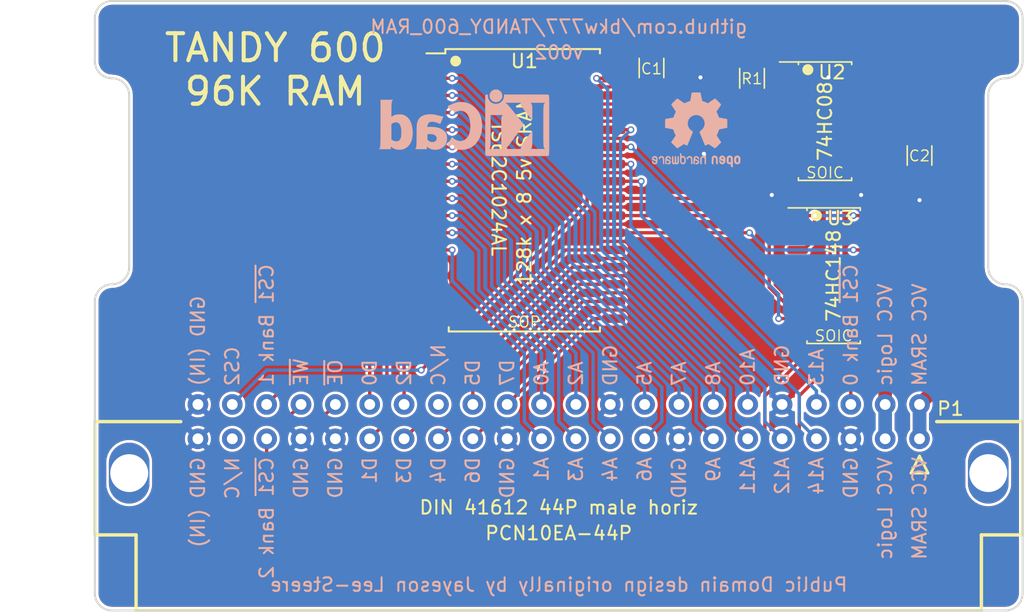
<source format=kicad_pcb>
(kicad_pcb (version 20171130) (host pcbnew 5.1.10-88a1d61d58~88~ubuntu20.10.1)
  (title_block (title "TANDY 600 96K SRAM") (date 2021-08-12) (rev 002) (company "Brian K. White - b.kenyon.w@gmail.com"))
  (layers (0 F.Cu signal) (31 B.Cu signal) (34 B.Paste user) (35 F.Paste user) (36 B.SilkS user) (37 F.SilkS user) (38 B.Mask user) (39 F.Mask user) (44 Edge.Cuts user))
  (net 0 "")
  (net 1 GND)
  (net 2 VMEM)
  (net 3 VCC)
  (net 4 /~CS1~_Bank0)
  (net 5 /A14)
  (net 6 /A13)
  (net 7 /A12)
  (net 8 /A11)
  (net 9 /A10)
  (net 10 /A9)
  (net 11 /A8)
  (net 12 /A7)
  (net 13 /A6)
  (net 14 /A5)
  (net 15 /A4)
  (net 16 /A3)
  (net 17 /A2)
  (net 18 /A1)
  (net 19 /A0)
  (net 20 /D7)
  (net 21 /D6)
  (net 22 /D5)
  (net 23 /D4)
  (net 24 /D3)
  (net 25 /D2)
  (net 26 /D1)
  (net 27 /D0)
  (net 28 /~OE)
  (net 29 /~WE)
  (net 30 /~CS1~_Bank2)
  (net 31 /~CS1~_Bank1)
  (net 32 /CS2)
  (net 33 /A15)
  (net 34 /A16)
  (net 35 /~OE~_Gated)
  (net 36 /CS1)
  (net 37 /~WE~_Gated)
  (net 38 /PU)
  (module 000_LOCAL:DIN41612-44P-male-horiz (layer F.Cu) (at 146.05 123.19)
    (fp_text reference P1 (at 28.956 -0.9525) (layer F.SilkS))
    (fp_text value "DIN 41612 44P male horiz" (at 0 6.35) (layer F.SilkS))
    (pad "" thru_hole oval (at -31.75 3.81) (size 2.999999 4.500001) (drill 2.799999) (layers *.Cu *.Mask))
    (pad "" thru_hole oval (at 31.75 3.81) (size 2.999999 4.500001) (drill 2.799999) (layers *.Cu *.Mask))
    (pad 44 thru_hole circle (at -26.67 -1.27) (size 1.524 1.524) (drill 0.8) (layers *.Cu *.Mask) (net 1 GND))
    (pad 43 thru_hole circle (at -26.67 1.27) (size 1.524 1.524) (drill 0.8) (layers *.Cu *.Mask) (net 1 GND))
    (pad 42 thru_hole circle (at -24.13 -1.27) (size 1.524 1.524) (drill 0.8) (layers *.Cu *.Mask) (net 32 /CS2))
    (pad 41 thru_hole circle (at -24.13 1.27) (size 1.524 1.524) (drill 0.8) (layers *.Cu *.Mask))
    (pad 40 thru_hole circle (at -21.59 -1.27) (size 1.524 1.524) (drill 0.8) (layers *.Cu *.Mask) (net 31 /~CS1~_Bank1))
    (pad 39 thru_hole circle (at -21.59 1.27) (size 1.524 1.524) (drill 0.8) (layers *.Cu *.Mask) (net 30 /~CS1~_Bank2))
    (pad 38 thru_hole circle (at -19.05 -1.27) (size 1.524 1.524) (drill 0.8) (layers *.Cu *.Mask) (net 29 /~WE))
    (pad 37 thru_hole circle (at -19.05 1.27) (size 1.524 1.524) (drill 0.8) (layers *.Cu *.Mask) (net 1 GND))
    (pad 36 thru_hole circle (at -16.51 -1.27) (size 1.524 1.524) (drill 0.8) (layers *.Cu *.Mask) (net 28 /~OE))
    (pad 35 thru_hole circle (at -16.51 1.27) (size 1.524 1.524) (drill 0.8) (layers *.Cu *.Mask) (net 1 GND))
    (pad 34 thru_hole circle (at -13.97 -1.27) (size 1.524 1.524) (drill 0.8) (layers *.Cu *.Mask) (net 27 /D0))
    (pad 33 thru_hole circle (at -13.97 1.27) (size 1.524 1.524) (drill 0.8) (layers *.Cu *.Mask) (net 26 /D1))
    (pad 32 thru_hole circle (at -11.43 -1.27) (size 1.524 1.524) (drill 0.8) (layers *.Cu *.Mask) (net 25 /D2))
    (pad 31 thru_hole circle (at -11.43 1.27) (size 1.524 1.524) (drill 0.8) (layers *.Cu *.Mask) (net 24 /D3))
    (pad 30 thru_hole circle (at -8.89 -1.27) (size 1.524 1.524) (drill 0.8) (layers *.Cu *.Mask))
    (pad 29 thru_hole circle (at -8.89 1.27) (size 1.524 1.524) (drill 0.8) (layers *.Cu *.Mask) (net 23 /D4))
    (pad 28 thru_hole circle (at -6.35 -1.27) (size 1.524 1.524) (drill 0.8) (layers *.Cu *.Mask) (net 22 /D5))
    (pad 27 thru_hole circle (at -6.35 1.27) (size 1.524 1.524) (drill 0.8) (layers *.Cu *.Mask) (net 21 /D6))
    (pad 26 thru_hole circle (at -3.81 -1.27) (size 1.524 1.524) (drill 0.8) (layers *.Cu *.Mask) (net 20 /D7))
    (pad 25 thru_hole circle (at -3.81 1.27) (size 1.524 1.524) (drill 0.8) (layers *.Cu *.Mask) (net 1 GND))
    (pad 24 thru_hole circle (at -1.27 -1.27) (size 1.524 1.524) (drill 0.8) (layers *.Cu *.Mask) (net 19 /A0))
    (pad 23 thru_hole circle (at -1.27 1.27) (size 1.524 1.524) (drill 0.8) (layers *.Cu *.Mask) (net 18 /A1))
    (pad 22 thru_hole circle (at 1.27 -1.27) (size 1.524 1.524) (drill 0.8) (layers *.Cu *.Mask) (net 17 /A2))
    (pad 21 thru_hole circle (at 1.27 1.27) (size 1.524 1.524) (drill 0.8) (layers *.Cu *.Mask) (net 16 /A3))
    (pad 20 thru_hole circle (at 3.81 -1.27) (size 1.524 1.524) (drill 0.8) (layers *.Cu *.Mask) (net 1 GND))
    (pad 19 thru_hole circle (at 3.81 1.27) (size 1.524 1.524) (drill 0.8) (layers *.Cu *.Mask) (net 15 /A4))
    (pad 18 thru_hole circle (at 6.35 -1.27) (size 1.524 1.524) (drill 0.8) (layers *.Cu *.Mask) (net 14 /A5))
    (pad 17 thru_hole circle (at 6.35 1.27) (size 1.524 1.524) (drill 0.8) (layers *.Cu *.Mask) (net 13 /A6))
    (pad 16 thru_hole circle (at 8.89 -1.27) (size 1.524 1.524) (drill 0.8) (layers *.Cu *.Mask) (net 12 /A7))
    (pad 15 thru_hole circle (at 8.89 1.27) (size 1.524 1.524) (drill 0.8) (layers *.Cu *.Mask) (net 1 GND))
    (pad 14 thru_hole circle (at 11.43 -1.27) (size 1.524 1.524) (drill 0.8) (layers *.Cu *.Mask) (net 11 /A8))
    (pad 13 thru_hole circle (at 11.43 1.27) (size 1.524 1.524) (drill 0.8) (layers *.Cu *.Mask) (net 10 /A9))
    (pad 12 thru_hole circle (at 13.97 -1.27) (size 1.524 1.524) (drill 0.8) (layers *.Cu *.Mask) (net 9 /A10))
    (pad 11 thru_hole circle (at 13.97 1.27) (size 1.524 1.524) (drill 0.8) (layers *.Cu *.Mask) (net 8 /A11))
    (pad 10 thru_hole circle (at 16.51 -1.27) (size 1.524 1.524) (drill 0.8) (layers *.Cu *.Mask) (net 1 GND))
    (pad 9 thru_hole circle (at 16.51 1.27) (size 1.524 1.524) (drill 0.8) (layers *.Cu *.Mask) (net 7 /A12))
    (pad 8 thru_hole circle (at 19.05 -1.27) (size 1.524 1.524) (drill 0.8) (layers *.Cu *.Mask) (net 6 /A13))
    (pad 7 thru_hole circle (at 19.05 1.27) (size 1.524 1.524) (drill 0.8) (layers *.Cu *.Mask) (net 5 /A14))
    (pad 6 thru_hole circle (at 21.59 -1.27) (size 1.524 1.524) (drill 0.8) (layers *.Cu *.Mask) (net 4 /~CS1~_Bank0))
    (pad 5 thru_hole circle (at 21.59 1.27) (size 1.524 1.524) (drill 0.8) (layers *.Cu *.Mask) (net 1 GND))
    (pad 4 thru_hole circle (at 24.13 -1.27) (size 1.524 1.524) (drill 0.8) (layers *.Cu *.Mask) (net 3 VCC))
    (pad 3 thru_hole circle (at 24.13 1.27) (size 1.524 1.524) (drill 0.8) (layers *.Cu *.Mask) (net 3 VCC))
    (pad 2 thru_hole circle (at 26.67 -1.27) (size 1.524 1.524) (drill 0.8) (layers *.Cu *.Mask) (net 2 VMEM))
    (pad 1 thru_hole circle (at 26.67 1.27) (size 1.524 1.524) (drill 0.8) (layers *.Cu *.Mask) (net 2 VMEM))
  )
  (module 000_LOCAL:SOP-32W (layer F.Cu) (at 143.51 106.045)
    (fp_text reference U1 (at 0 -9.525) (layer F.SilkS))
    (fp_text value "128k x 8 5v SRAM" (at 0 0 -90) (layer F.SilkS))
    (pad 26 smd roundrect (at 6.6 -1.905) (size 1.7 0.625) (layers F.Cu F.Paste F.Mask) (net 5 /A14))
    (pad 7 smd roundrect (at -6.6 -1.905) (size 1.7 0.625) (layers F.Cu F.Paste F.Mask) (net 14 /A5))
    (pad 8 smd roundrect (at -6.6 -0.635) (size 1.7 0.625) (layers F.Cu F.Paste F.Mask) (net 15 /A4))
    (pad 25 smd roundrect (at 6.6 -0.635) (size 1.7 0.625) (layers F.Cu F.Paste F.Mask) (net 6 /A13))
    (pad 27 smd roundrect (at 6.6 -3.175) (size 1.7 0.625) (layers F.Cu F.Paste F.Mask) (net 33 /A15))
    (pad 6 smd roundrect (at -6.6 -3.175) (size 1.7 0.625) (layers F.Cu F.Paste F.Mask) (net 13 /A6))
    (pad 5 smd roundrect (at -6.6 -4.445) (size 1.7 0.625) (layers F.Cu F.Paste F.Mask) (net 12 /A7))
    (pad 28 smd roundrect (at 6.6 -4.445) (size 1.7 0.625) (layers F.Cu F.Paste F.Mask) (net 7 /A12))
    (pad 32 smd roundrect (at 6.6 -9.525) (size 1.7 0.625) (layers F.Cu F.Paste F.Mask) (net 2 VMEM))
    (pad 1 smd roundrect (at -6.6 -9.525) (size 1.7 0.625) (layers F.Cu F.Paste F.Mask))
    (pad 2 smd roundrect (at -6.6 -8.255) (size 1.7 0.625) (layers F.Cu F.Paste F.Mask) (net 8 /A11))
    (pad 31 smd roundrect (at 6.6 -8.255) (size 1.7 0.625) (layers F.Cu F.Paste F.Mask) (net 9 /A10))
    (pad 29 smd roundrect (at 6.6 -5.715) (size 1.7 0.625) (layers F.Cu F.Paste F.Mask) (net 37 /~WE~_Gated))
    (pad 4 smd roundrect (at -6.6 -5.715) (size 1.7 0.625) (layers F.Cu F.Paste F.Mask) (net 10 /A9))
    (pad 3 smd roundrect (at -6.6 -6.985) (size 1.7 0.625) (layers F.Cu F.Paste F.Mask) (net 11 /A8))
    (pad 30 smd roundrect (at 6.6 -6.985) (size 1.7 0.625) (layers F.Cu F.Paste F.Mask) (net 32 /CS2))
    (pad 22 smd roundrect (at 6.6 3.175) (size 1.7 0.625) (layers F.Cu F.Paste F.Mask) (net 36 /CS1))
    (pad 11 smd roundrect (at -6.6 3.175) (size 1.7 0.625) (layers F.Cu F.Paste F.Mask) (net 19 /A0))
    (pad 12 smd roundrect (at -6.6 4.445) (size 1.7 0.625) (layers F.Cu F.Paste F.Mask) (net 18 /A1))
    (pad 21 smd roundrect (at 6.6 4.445) (size 1.7 0.625) (layers F.Cu F.Paste F.Mask) (net 24 /D3))
    (pad 23 smd roundrect (at 6.6 1.905) (size 1.7 0.625) (layers F.Cu F.Paste F.Mask) (net 34 /A16))
    (pad 10 smd roundrect (at -6.6 1.905) (size 1.7 0.625) (layers F.Cu F.Paste F.Mask) (net 16 /A3))
    (pad 9 smd roundrect (at -6.6 0.635) (size 1.7 0.625) (layers F.Cu F.Paste F.Mask) (net 17 /A2))
    (pad 24 smd roundrect (at 6.6 0.635) (size 1.7 0.625) (layers F.Cu F.Paste F.Mask) (net 35 /~OE~_Gated))
    (pad 20 smd roundrect (at 6.6 5.715) (size 1.7 0.625) (layers F.Cu F.Paste F.Mask) (net 23 /D4))
    (pad 13 smd roundrect (at -6.6 5.715) (size 1.7 0.625) (layers F.Cu F.Paste F.Mask) (net 27 /D0))
    (pad 14 smd roundrect (at -6.6 6.985) (size 1.7 0.625) (layers F.Cu F.Paste F.Mask) (net 26 /D1))
    (pad 19 smd roundrect (at 6.6 6.985) (size 1.7 0.625) (layers F.Cu F.Paste F.Mask) (net 22 /D5))
    (pad 17 smd roundrect (at 6.6 9.525) (size 1.7 0.625) (layers F.Cu F.Paste F.Mask) (net 20 /D7))
    (pad 16 smd roundrect (at -6.6 9.525) (size 1.7 0.625) (layers F.Cu F.Paste F.Mask) (net 1 GND))
    (pad 15 smd roundrect (at -6.6 8.255) (size 1.7 0.625) (layers F.Cu F.Paste F.Mask) (net 25 /D2))
    (pad 18 smd roundrect (at 6.6 8.255) (size 1.7 0.625) (layers F.Cu F.Paste F.Mask) (net 21 /D6))
  )
  (module 000_LOCAL:R_1206 (layer F.Cu) (at 160.3375 97.79 270)
    (fp_text reference R1 (at 0.035 0.01) (layer F.SilkS) (effects (font (size 0.8 0.8) (thickness 0.1))))
    (fp_text value 10K)
    (pad 2 smd roundrect (at 1.4625 0 270) (size 1.125 1.75) (layers F.Cu F.Paste F.Mask) (roundrect_rratio 0.2222213333333333) (net 38 /PU))
    (pad 1 smd roundrect (at -1.4625 0 270) (size 1.125 1.75) (layers F.Cu F.Paste F.Mask) (roundrect_rratio 0.2222213333333333) (net 3 VCC))
  )
  (module 000_LOCAL:C_1206 (layer F.Cu) (at 172.72 103.505 270)
    (fp_text reference C2 (at 0.0254 0.005) (layer F.SilkS) (effects (font (size 0.8 0.8) (thickness 0.1))))
    (fp_text value 0.1uF)
    (pad 2 smd roundrect (at 1.475 0 270) (size 1.15 1.8) (layers F.Cu F.Paste F.Mask) (roundrect_rratio 0.2173904347826087) (net 1 GND))
    (pad 1 smd roundrect (at -1.475 0 270) (size 1.15 1.8) (layers F.Cu F.Paste F.Mask) (roundrect_rratio 0.2173904347826087) (net 3 VCC))
  )
  (module 000_LOCAL:C_1206 (layer F.Cu) (at 152.908 97.028 270)
    (fp_text reference C1 (at 0.0635 0 unlocked) (layer F.SilkS) (effects (font (size 0.8 0.8) (thickness 0.1))))
    (fp_text value 0.1uF)
    (pad 2 smd roundrect (at 1.475 0 270) (size 1.15 1.8) (layers F.Cu F.Paste F.Mask) (roundrect_rratio 0.2173904347826087) (net 1 GND))
    (pad 1 smd roundrect (at -1.475 0 270) (size 1.15 1.8) (layers F.Cu F.Paste F.Mask) (roundrect_rratio 0.2173904347826087) (net 2 VMEM))
  )
  (module 000_LOCAL:SOIC-16_4x10 (layer F.Cu) (at 166.37 112.395)
    (fp_text reference U3 (at 0.508 -4.2545) (layer F.SilkS))
    (fp_text value 74HC148 (at 0 0 -90) (layer F.SilkS))
    (pad 5 smd roundrect (at -2.6655 0.635) (size 1.524 0.6) (layers F.Cu F.Paste F.Mask) (net 1 GND))
    (pad 12 smd roundrect (at 2.6655 0.635) (size 1.524 0.6) (layers F.Cu F.Paste F.Mask) (net 4 /~CS1~_Bank0))
    (pad 16 smd roundrect (at 2.6655 -4.445) (size 1.524 0.6) (layers F.Cu F.Paste F.Mask) (net 3 VCC))
    (pad 15 smd roundrect (at 2.6655 -3.175) (size 1.524 0.6) (layers F.Cu F.Paste F.Mask))
    (pad 14 smd roundrect (at 2.6655 -1.905) (size 1.524 0.6) (layers F.Cu F.Paste F.Mask) (net 36 /CS1))
    (pad 13 smd roundrect (at 2.6655 -0.635) (size 1.524 0.6) (layers F.Cu F.Paste F.Mask) (net 3 VCC))
    (pad 11 smd roundrect (at 2.6655 1.905) (size 1.524 0.6) (layers F.Cu F.Paste F.Mask) (net 3 VCC))
    (pad 10 smd roundrect (at 2.6655 3.175) (size 1.524 0.6) (layers F.Cu F.Paste F.Mask) (net 30 /~CS1~_Bank2))
    (pad 9 smd roundrect (at 2.6655 4.445) (size 1.524 0.6) (layers F.Cu F.Paste F.Mask))
    (pad 8 smd roundrect (at -2.6655 4.445) (size 1.524 0.6) (layers F.Cu F.Paste F.Mask) (net 1 GND))
    (pad 7 smd roundrect (at -2.6655 3.175) (size 1.524 0.6) (layers F.Cu F.Paste F.Mask) (net 33 /A15))
    (pad 6 smd roundrect (at -2.6655 1.905) (size 1.524 0.6) (layers F.Cu F.Paste F.Mask) (net 34 /A16))
    (pad 4 smd roundrect (at -2.6655 -0.635) (size 1.524 0.6) (layers F.Cu F.Paste F.Mask) (net 31 /~CS1~_Bank1))
    (pad 3 smd roundrect (at -2.6655 -1.905) (size 1.524 0.6) (layers F.Cu F.Paste F.Mask) (net 3 VCC))
    (pad 2 smd roundrect (at -2.6655 -3.175) (size 1.524 0.6) (layers F.Cu F.Paste F.Mask) (net 3 VCC))
    (pad 1 smd roundrect (at -2.6655 -4.445) (size 1.524 0.6) (layers F.Cu F.Paste F.Mask) (net 3 VCC))
  )
  (module 000_LOCAL:SOIC-14_4x9 (layer F.Cu) (at 165.735 100.965)
    (fp_text reference U2 (at 0.508 -3.6195) (layer F.SilkS))
    (fp_text value 74HC08 (at 0 0 -90) (layer F.SilkS))
    (pad 14 smd roundrect (at 2.6655 -3.81) (size 1.524 0.6) (layers F.Cu F.Paste F.Mask) (net 3 VCC))
    (pad 13 smd roundrect (at 2.6655 -2.54) (size 1.524 0.6) (layers F.Cu F.Paste F.Mask) (net 1 GND))
    (pad 12 smd roundrect (at 2.6655 -1.27) (size 1.524 0.6) (layers F.Cu F.Paste F.Mask) (net 1 GND))
    (pad 11 smd roundrect (at 2.6655 0) (size 1.524 0.6) (layers F.Cu F.Paste F.Mask))
    (pad 10 smd roundrect (at 2.6655 1.27) (size 1.524 0.6) (layers F.Cu F.Paste F.Mask) (net 1 GND))
    (pad 9 smd roundrect (at 2.6655 2.54) (size 1.524 0.6) (layers F.Cu F.Paste F.Mask) (net 1 GND))
    (pad 8 smd roundrect (at 2.6655 3.81) (size 1.524 0.6) (layers F.Cu F.Paste F.Mask))
    (pad 7 smd roundrect (at -2.6655 3.81) (size 1.524 0.6) (layers F.Cu F.Paste F.Mask) (net 1 GND))
    (pad 6 smd roundrect (at -2.6655 2.54) (size 1.524 0.6) (layers F.Cu F.Paste F.Mask) (net 35 /~OE~_Gated))
    (pad 5 smd roundrect (at -2.6655 1.27) (size 1.524 0.6) (layers F.Cu F.Paste F.Mask) (net 28 /~OE))
    (pad 4 smd roundrect (at -2.6655 0) (size 1.524 0.6) (layers F.Cu F.Paste F.Mask) (net 38 /PU))
    (pad 3 smd roundrect (at -2.6655 -1.27) (size 1.524 0.6) (layers F.Cu F.Paste F.Mask) (net 37 /~WE~_Gated))
    (pad 2 smd roundrect (at -2.6655 -2.54) (size 1.524 0.6) (layers F.Cu F.Paste F.Mask) (net 29 /~WE))
    (pad 1 smd roundrect (at -2.6655 -3.81) (size 1.524 0.6) (layers F.Cu F.Paste F.Mask) (net 38 /PU))
  )
  (module 000_LOCAL:OSHW-6mm-ss (layer B.Cu) (at 156.21 101.6 180)
    (fp_text reference REF** hide)
    (fp_text value OSHW-6mm-ss hide)
  )
  (module 000_LOCAL:KiCad-5mm-ss (layer B.Cu) (at 139.065 101.6 180)
    (fp_text reference REF** hide)
    (fp_text value KiCad-5mm-ss hide)
  )
  (gr_arc (start 179.07 111.76) (end 179.07 113.03) (angle 90) (layer Edge.Cuts) (width 0.15))
  (gr_arc (start 179.07 99.06) (end 177.8 99.06) (angle 90) (layer Edge.Cuts) (width 0.15))
  (gr_arc (start 113.03 111.76) (end 114.3 111.76) (angle 90) (layer Edge.Cuts) (width 0.15))
  (gr_arc (start 113.03 99.06) (end 113.03 97.79) (angle 90) (layer Edge.Cuts) (width 0.15))
  (gr_text SOP (at 143.51 115.824) (layer F.SilkS) (effects (font (size 0.8 0.8) (thickness 0.1))))
  (gr_text SOIC (at 165.735 104.775) (layer F.SilkS) (effects (font (size 0.8 0.8) (thickness 0.1))))
  (gr_text SOIC (at 166.37 116.84) (layer F.SilkS) (effects (font (size 0.8 0.8) (thickness 0.1))))
  (gr_text v002 (at 146.05 95.885) (layer B.SilkS) (effects (font (size 1 1)) (justify mirror)))
  (gr_text github.com/bkw777/TANDY_600_RAM (at 146.05 93.98) (layer B.SilkS) (effects (font (size 1 1)) (justify mirror)))
  (gr_text "Public Domain design originally by Jayeson Lee-Steere" (at 146.05 135.255) (layer B.SilkS) (effects (font (size 1 1)) (justify mirror)))
  (gr_text ~WE (at 127 120.65 90) (layer B.SilkS) (effects (font (size 1 1)) (justify right mirror)))
  (gr_text "~CS1~ Bank 1" (at 124.46 120.65 90) (layer B.SilkS) (effects (font (size 1 1)) (justify right mirror)))
  (gr_text "GND (IN)" (at 119.38 120.65 90) (layer B.SilkS) (effects (font (size 1 1)) (justify right mirror)))
  (gr_text CS2 (at 121.92 120.65 90) (layer B.SilkS) (effects (font (size 1 1)) (justify right mirror)))
  (gr_text D0 (at 132.08 120.65 90) (layer B.SilkS) (effects (font (size 1 1)) (justify right mirror)))
  (gr_text ~OE (at 129.54 120.65 90) (layer B.SilkS) (effects (font (size 1 1)) (justify right mirror)))
  (gr_text A5 (at 152.4 120.65 90) (layer B.SilkS) (effects (font (size 1 1)) (justify right mirror)))
  (gr_text GND (at 149.86 120.65 90) (layer B.SilkS) (effects (font (size 1 1)) (justify right mirror)))
  (gr_text A0 (at 144.78 120.65 90) (layer B.SilkS) (effects (font (size 1 1)) (justify right mirror)))
  (gr_text A2 (at 147.32 120.65 90) (layer B.SilkS) (effects (font (size 1 1)) (justify right mirror)))
  (gr_text N/C (at 137.16 120.65 90) (layer B.SilkS) (effects (font (size 1 1)) (justify right mirror)))
  (gr_text D2 (at 134.62 120.65 90) (layer B.SilkS) (effects (font (size 1 1)) (justify right mirror)))
  (gr_text D5 (at 139.7 120.65 90) (layer B.SilkS) (effects (font (size 1 1)) (justify right mirror)))
  (gr_text D7 (at 142.24 120.65 90) (layer B.SilkS) (effects (font (size 1 1)) (justify right mirror)))
  (gr_text GND (at 162.56 120.65 90) (layer B.SilkS) (effects (font (size 1 1)) (justify right mirror)))
  (gr_text A10 (at 160.02 120.65 90) (layer B.SilkS) (effects (font (size 1 1)) (justify right mirror)))
  (gr_text A7 (at 154.94 120.65 90) (layer B.SilkS) (effects (font (size 1 1)) (justify right mirror)))
  (gr_text A8 (at 157.48 120.65 90) (layer B.SilkS) (effects (font (size 1 1)) (justify right mirror)))
  (gr_text "~CS1~ Bank 0" (at 167.64 120.65 90) (layer B.SilkS) (effects (font (size 1 1)) (justify right mirror)))
  (gr_text A13 (at 165.1 120.65 90) (layer B.SilkS) (effects (font (size 1 1)) (justify right mirror)))
  (gr_text "VCC Logic" (at 170.18 120.65 90) (layer B.SilkS) (effects (font (size 1 1)) (justify right mirror)))
  (gr_text "VCC SRAM" (at 172.72 120.65 90) (layer B.SilkS) (effects (font (size 1 1)) (justify right mirror)))
  (gr_text "GND (IN)" (at 119.38 125.73 90) (layer B.SilkS) (effects (font (size 1 1)) (justify left mirror)))
  (gr_text GND (at 129.54 125.73 90) (layer B.SilkS) (effects (font (size 1 1)) (justify left mirror)))
  (gr_text GND (at 127 125.73 90) (layer B.SilkS) (effects (font (size 1 1)) (justify left mirror)))
  (gr_text N/C (at 121.92 125.73 90) (layer B.SilkS) (effects (font (size 1 1)) (justify left mirror)))
  (gr_text "~CS1~ Bank 2" (at 124.46 125.73 90) (layer B.SilkS) (effects (font (size 1 1)) (justify left mirror)))
  (gr_text D1 (at 132.08 125.73 90) (layer B.SilkS) (effects (font (size 1 1)) (justify left mirror)))
  (gr_text A6 (at 152.4 125.73 90) (layer B.SilkS) (effects (font (size 1 1)) (justify left mirror)))
  (gr_text A4 (at 149.86 125.73 90) (layer B.SilkS) (effects (font (size 1 1)) (justify left mirror)))
  (gr_text A1 (at 144.78 125.73 90) (layer B.SilkS) (effects (font (size 1 1)) (justify left mirror)))
  (gr_text A3 (at 147.32 125.73 90) (layer B.SilkS) (effects (font (size 1 1)) (justify left mirror)))
  (gr_text D4 (at 137.16 125.73 90) (layer B.SilkS) (effects (font (size 1 1)) (justify left mirror)))
  (gr_text D3 (at 134.62 125.73 90) (layer B.SilkS) (effects (font (size 1 1)) (justify left mirror)))
  (gr_text D6 (at 139.7 125.73 90) (layer B.SilkS) (effects (font (size 1 1)) (justify left mirror)))
  (gr_text GND (at 142.24 125.73 90) (layer B.SilkS) (effects (font (size 1 1)) (justify left mirror)))
  (gr_text A12 (at 162.56 125.73 90) (layer B.SilkS) (effects (font (size 1 1)) (justify left mirror)))
  (gr_text A11 (at 160.02 125.73 90) (layer B.SilkS) (effects (font (size 1 1)) (justify left mirror)))
  (gr_text GND (at 154.94 125.73 90) (layer B.SilkS) (effects (font (size 1 1)) (justify left mirror)))
  (gr_text A9 (at 157.48 125.73 90) (layer B.SilkS) (effects (font (size 1 1)) (justify left mirror)))
  (gr_text GND (at 167.64 125.73 90) (layer B.SilkS) (effects (font (size 1 1)) (justify left mirror)))
  (gr_text A14 (at 165.1 125.73 90) (layer B.SilkS) (effects (font (size 1 1)) (justify left mirror)))
  (gr_text "VCC Logic" (at 170.18 125.73 90) (layer B.SilkS) (effects (font (size 1 1)) (justify left mirror)))
  (gr_text "VCC SRAM" (at 172.72 125.73 90) (layer B.SilkS) (effects (font (size 1 1)) (justify left mirror)))
  (gr_text "TANDY 600\n96K RAM" (at 125.095 97.155) (layer F.SilkS) (effects (font (size 2 2) (thickness 0.3))))
  (gr_text IS62C1024AL (at 141.605 106.045 -90) (layer F.SilkS) (effects (font (size 1 1))))
  (gr_line (start 177.8 111.76) (end 177.8 99.06) (angle 90) (layer Edge.Cuts) (width 0.15))
  (gr_line (start 114.3 99.06) (end 114.3 111.76) (angle 90) (layer Edge.Cuts) (width 0.15))
  (gr_line (start 180.34 93.345) (end 180.34 96.52) (angle 90) (layer Edge.Cuts) (width 0.15))
  (gr_line (start 111.76 93.345) (end 111.76 96.52) (angle 90) (layer Edge.Cuts) (width 0.15))
  (gr_line (start 180.34 114.3) (end 180.34 135.89) (angle 90) (layer Edge.Cuts) (width 0.15))
  (gr_arc (start 179.07 114.3) (end 179.07 113.03) (angle 90) (layer Edge.Cuts) (width 0.15))
  (gr_arc (start 179.07 96.52) (end 180.34 96.52) (angle 90) (layer Edge.Cuts) (width 0.15))
  (gr_line (start 111.76 114.3) (end 111.76 135.89) (angle 90) (layer Edge.Cuts) (width 0.15))
  (gr_arc (start 113.03 114.3) (end 111.76 114.3) (angle 90) (layer Edge.Cuts) (width 0.15))
  (gr_arc (start 113.03 96.52) (end 113.03 97.79) (angle 90) (layer Edge.Cuts) (width 0.15))
  (gr_text PCN10EA-44P (at 146.05 131.445) (layer F.SilkS) (effects (font (size 1 1))))
  (gr_line (start 179.07 137.16) (end 113.03 137.16) (angle 90) (layer Edge.Cuts) (width 0.15))
  (gr_line (start 113.03 92.075) (end 179.07 92.075) (angle 90) (layer Edge.Cuts) (width 0.15))
  (gr_arc (start 113.03 135.89) (end 113.03 137.16) (angle 90) (layer Edge.Cuts) (width 0.15))
  (gr_arc (start 179.07 135.89) (end 180.34 135.89) (angle 90) (layer Edge.Cuts) (width 0.15))
  (gr_arc (start 179.07 93.345) (end 179.07 92.075) (angle 90) (layer Edge.Cuts) (width 0.15))
  (gr_arc (start 113.03 93.345) (end 111.76 93.345) (angle 90) (layer Edge.Cuts) (width 0.15))
  (via (at 165.989 97.7265) (size 0.5) (drill 0.3) (layers F.Cu B.Cu) (net 1))
  (via (at 168.402 106.426) (size 0.5) (drill 0.3) (layers F.Cu B.Cu) (net 1))
  (via (at 172.72 106.807) (size 0.5) (drill 0.3) (layers F.Cu B.Cu) (net 1))
  (via (at 156.5275 97.7265) (size 0.5) (drill 0.3) (layers F.Cu B.Cu) (net 1))
  (via (at 161.798 106.426) (size 0.5) (drill 0.3) (layers F.Cu B.Cu) (net 1))
  (via (at 156.7815 103.378) (size 0.5) (drill 0.3) (layers F.Cu B.Cu) (net 1))
  (segment (start 172.72 124.46) (end 172.72 121.92) (width 1) (layer F.Cu) (net 2))
  (segment (start 172.72 121.92) (end 172.72 124.46) (width 1) (layer B.Cu) (net 2))
  (segment (start 153.162 95.553) (end 152.908 95.553) (width 1) (layer F.Cu) (net 2))
  (segment (start 154.6715 94.0435) (end 153.162 95.553) (width 1) (layer F.Cu) (net 2))
  (segment (start 171.45 94.0435) (end 154.6715 94.0435) (width 1) (layer F.Cu) (net 2))
  (segment (start 175.26 97.8535) (end 171.45 94.0435) (width 1) (layer F.Cu) (net 2))
  (segment (start 175.26 119.38) (end 175.26 97.8535) (width 1) (layer F.Cu) (net 2))
  (segment (start 172.72 121.92) (end 175.26 119.38) (width 1) (layer F.Cu) (net 2))
  (segment (start 152.605 95.553) (end 152.908 95.553) (width 0.5) (layer F.Cu) (net 2))
  (segment (start 151.638 96.52) (end 152.605 95.553) (width 0.5) (layer F.Cu) (net 2))
  (segment (start 150.11 96.52) (end 151.638 96.52) (width 0.5) (layer F.Cu) (net 2))
  (segment (start 170.18 124.46) (end 170.18 121.92) (width 1) (layer F.Cu) (net 3))
  (segment (start 170.18 121.92) (end 170.18 124.46) (width 1) (layer B.Cu) (net 3))
  (segment (start 168.4005 97.155) (end 170.4975 97.155) (width 0.5) (layer F.Cu) (net 3))
  (segment (start 170.512 102.03) (end 170.4975 102.0445) (width 1) (layer F.Cu) (net 3))
  (segment (start 172.72 102.03) (end 170.512 102.03) (width 1) (layer F.Cu) (net 3))
  (segment (start 170.4975 107.95) (end 170.4975 102.0445) (width 1) (layer F.Cu) (net 3))
  (segment (start 169.0355 107.95) (end 170.4975 107.95) (width 0.5) (layer F.Cu) (net 3))
  (segment (start 169.0355 111.76) (end 170.7515 111.76) (width 0.25) (layer F.Cu) (net 3))
  (segment (start 169.0355 114.3) (end 170.7515 114.3) (width 0.25) (layer F.Cu) (net 3))
  (segment (start 163.7045 107.95) (end 164.973 107.95) (width 0.25) (layer F.Cu) (net 3))
  (via (at 164.973 107.95) (size 0.5) (drill 0.3) (layers F.Cu B.Cu) (net 3))
  (segment (start 164.973 109.22) (end 163.67 109.22) (width 0.25) (layer F.Cu) (net 3))
  (segment (start 164.973 109.22) (end 164.973 107.95) (width 0.25) (layer F.Cu) (net 3))
  (segment (start 164.973 109.6645) (end 164.973 109.22) (width 0.25) (layer F.Cu) (net 3))
  (segment (start 164.1475 110.49) (end 164.973 109.6645) (width 0.25) (layer F.Cu) (net 3))
  (segment (start 163.67 110.49) (end 164.1475 110.49) (width 0.25) (layer F.Cu) (net 3))
  (segment (start 170.4975 102.0445) (end 170.4975 97.155) (width 1) (layer F.Cu) (net 3))
  (segment (start 160.528 96.137) (end 160.3375 96.3275) (width 0.5) (layer F.Cu) (net 3))
  (segment (start 170.178 96.137) (end 160.528 96.137) (width 0.5) (layer F.Cu) (net 3))
  (segment (start 170.4975 96.4565) (end 170.178 96.137) (width 0.5) (layer F.Cu) (net 3))
  (segment (start 170.4975 97.155) (end 170.4975 96.4565) (width 0.5) (layer F.Cu) (net 3))
  (segment (start 170.7515 108.204) (end 170.4975 107.95) (width 1) (layer F.Cu) (net 3))
  (segment (start 170.7515 117.983) (end 170.7515 108.204) (width 1) (layer F.Cu) (net 3))
  (segment (start 170.18 118.5545) (end 170.7515 117.983) (width 1) (layer F.Cu) (net 3))
  (segment (start 170.18 121.92) (end 170.18 118.5545) (width 1) (layer F.Cu) (net 3))
  (segment (start 164.973 107.95) (end 167.8305 107.95) (width 0.25) (layer B.Cu) (net 3))
  (segment (start 167.8305 107.95) (end 169.07 107.95) (width 0.25) (layer F.Cu) (net 3))
  (via (at 167.8305 107.95) (size 0.5) (drill 0.3) (layers F.Cu B.Cu) (net 3))
  (segment (start 168.57725 113.03) (end 169.07 113.03) (width 0.25) (layer F.Cu) (net 4))
  (segment (start 167.259 114.34825) (end 168.57725 113.03) (width 0.25) (layer F.Cu) (net 4))
  (segment (start 167.259 118.1735) (end 167.259 114.34825) (width 0.25) (layer F.Cu) (net 4))
  (segment (start 167.64 118.5545) (end 167.259 118.1735) (width 0.25) (layer F.Cu) (net 4))
  (segment (start 167.64 121.92) (end 167.64 118.5545) (width 0.25) (layer F.Cu) (net 4))
  (segment (start 151.384 104.14) (end 150.11 104.14) (width 0.25) (layer F.Cu) (net 5))
  (via (at 151.384 104.14) (size 0.5) (drill 0.3) (layers F.Cu B.Cu) (net 5))
  (segment (start 163.83 123.19) (end 165.1 124.46) (width 0.25) (layer B.Cu) (net 5))
  (segment (start 163.83 121.158) (end 163.83 123.19) (width 0.25) (layer B.Cu) (net 5))
  (segment (start 151.384 108.712) (end 163.83 121.158) (width 0.25) (layer B.Cu) (net 5))
  (segment (start 151.384 104.14) (end 151.384 108.712) (width 0.25) (layer B.Cu) (net 5))
  (segment (start 152.146 105.41) (end 150.11 105.41) (width 0.25) (layer F.Cu) (net 6))
  (via (at 152.146 105.41) (size 0.5) (drill 0.3) (layers F.Cu B.Cu) (net 6))
  (segment (start 165.1 120.91) (end 165.1 121.92) (width 0.25) (layer B.Cu) (net 6))
  (segment (start 152.146 107.956) (end 165.1 120.91) (width 0.25) (layer B.Cu) (net 6))
  (segment (start 152.146 105.41) (end 152.146 107.956) (width 0.25) (layer B.Cu) (net 6))
  (segment (start 161.29 123.19) (end 162.56 124.46) (width 0.25) (layer B.Cu) (net 7))
  (segment (start 161.29 120.65) (end 161.29 123.19) (width 0.25) (layer B.Cu) (net 7))
  (segment (start 150.622 109.982) (end 161.29 120.65) (width 0.25) (layer B.Cu) (net 7))
  (segment (start 151.384 101.6) (end 150.622 102.362) (width 0.25) (layer B.Cu) (net 7))
  (segment (start 151.384 101.6) (end 150.11 101.6) (width 0.25) (layer F.Cu) (net 7))
  (segment (start 150.622 102.362) (end 150.622 109.982) (width 0.25) (layer B.Cu) (net 7))
  (via (at 151.384 101.6) (size 0.5) (drill 0.3) (layers F.Cu B.Cu) (net 7))
  (segment (start 138.176 97.79) (end 136.91 97.79) (width 0.25) (layer F.Cu) (net 8))
  (via (at 138.176 97.79) (size 0.5) (drill 0.3) (layers F.Cu B.Cu) (net 8))
  (segment (start 158.75 120.65) (end 158.75 123.19) (width 0.25) (layer B.Cu) (net 8))
  (segment (start 148.717 110.617) (end 158.75 120.65) (width 0.25) (layer B.Cu) (net 8))
  (segment (start 148.717 107.696) (end 148.717 110.617) (width 0.25) (layer B.Cu) (net 8))
  (segment (start 138.811 97.79) (end 148.717 107.696) (width 0.25) (layer B.Cu) (net 8))
  (segment (start 158.75 123.19) (end 160.02 124.46) (width 0.25) (layer B.Cu) (net 8))
  (segment (start 138.176 97.79) (end 138.811 97.79) (width 0.25) (layer B.Cu) (net 8))
  (segment (start 148.844 97.79) (end 150.11 97.79) (width 0.25) (layer F.Cu) (net 9))
  (via (at 148.844 97.79) (size 0.5) (drill 0.3) (layers F.Cu B.Cu) (net 9))
  (segment (start 149.6695 110.2995) (end 160.02 120.65) (width 0.25) (layer B.Cu) (net 9))
  (segment (start 149.6695 98.6155) (end 149.6695 110.2995) (width 0.25) (layer B.Cu) (net 9))
  (segment (start 160.02 120.65) (end 160.02 121.92) (width 0.25) (layer B.Cu) (net 9))
  (segment (start 148.844 97.79) (end 149.6695 98.6155) (width 0.25) (layer B.Cu) (net 9))
  (segment (start 138.176 100.33) (end 136.91 100.33) (width 0.25) (layer F.Cu) (net 10))
  (via (at 138.176 100.33) (size 0.5) (drill 0.3) (layers F.Cu B.Cu) (net 10))
  (segment (start 156.21 123.19) (end 157.48 124.46) (width 0.25) (layer B.Cu) (net 10))
  (segment (start 146.812 111.252) (end 156.21 120.65) (width 0.25) (layer B.Cu) (net 10))
  (segment (start 146.812 108.331) (end 146.812 111.252) (width 0.25) (layer B.Cu) (net 10))
  (segment (start 138.811 100.33) (end 146.812 108.331) (width 0.25) (layer B.Cu) (net 10))
  (segment (start 156.21 120.65) (end 156.21 123.19) (width 0.25) (layer B.Cu) (net 10))
  (segment (start 138.176 100.33) (end 138.811 100.33) (width 0.25) (layer B.Cu) (net 10))
  (segment (start 138.176 99.06) (end 136.91 99.06) (width 0.25) (layer F.Cu) (net 11))
  (via (at 138.176 99.06) (size 0.5) (drill 0.3) (layers F.Cu B.Cu) (net 11))
  (segment (start 157.48 120.65) (end 157.48 121.92) (width 0.25) (layer B.Cu) (net 11))
  (segment (start 147.7645 110.9345) (end 157.48 120.65) (width 0.25) (layer B.Cu) (net 11))
  (segment (start 147.7645 108.0135) (end 147.7645 110.9345) (width 0.25) (layer B.Cu) (net 11))
  (segment (start 138.811 99.06) (end 147.7645 108.0135) (width 0.25) (layer B.Cu) (net 11))
  (segment (start 138.176 99.06) (end 138.811 99.06) (width 0.25) (layer B.Cu) (net 11))
  (segment (start 138.176 101.6) (end 136.91 101.6) (width 0.25) (layer F.Cu) (net 12))
  (via (at 138.176 101.6) (size 0.5) (drill 0.3) (layers F.Cu B.Cu) (net 12))
  (segment (start 154.94 120.65) (end 154.94 121.92) (width 0.25) (layer B.Cu) (net 12))
  (segment (start 145.8595 111.5695) (end 154.94 120.65) (width 0.25) (layer B.Cu) (net 12))
  (segment (start 145.8595 108.6485) (end 145.8595 111.5695) (width 0.25) (layer B.Cu) (net 12))
  (segment (start 138.811 101.6) (end 145.8595 108.6485) (width 0.25) (layer B.Cu) (net 12))
  (segment (start 138.176 101.6) (end 138.811 101.6) (width 0.25) (layer B.Cu) (net 12))
  (segment (start 138.176 102.87) (end 136.91 102.87) (width 0.25) (layer F.Cu) (net 13))
  (via (at 138.176 102.87) (size 0.5) (drill 0.3) (layers F.Cu B.Cu) (net 13))
  (segment (start 153.67 120.65) (end 153.67 123.19) (width 0.25) (layer B.Cu) (net 13))
  (segment (start 144.907 111.887) (end 153.67 120.65) (width 0.25) (layer B.Cu) (net 13))
  (segment (start 144.907 108.966) (end 144.907 111.887) (width 0.25) (layer B.Cu) (net 13))
  (segment (start 138.811 102.87) (end 144.907 108.966) (width 0.25) (layer B.Cu) (net 13))
  (segment (start 153.67 123.19) (end 152.4 124.46) (width 0.25) (layer B.Cu) (net 13))
  (segment (start 138.176 102.87) (end 138.811 102.87) (width 0.25) (layer B.Cu) (net 13))
  (segment (start 138.176 104.14) (end 136.91 104.14) (width 0.25) (layer F.Cu) (net 14))
  (via (at 138.176 104.14) (size 0.5) (drill 0.3) (layers F.Cu B.Cu) (net 14))
  (segment (start 143.9545 112.2045) (end 152.4 120.65) (width 0.25) (layer B.Cu) (net 14))
  (segment (start 143.9545 109.2835) (end 143.9545 112.2045) (width 0.25) (layer B.Cu) (net 14))
  (segment (start 152.4 120.65) (end 152.4 121.92) (width 0.25) (layer B.Cu) (net 14))
  (segment (start 138.811 104.14) (end 143.9545 109.2835) (width 0.25) (layer B.Cu) (net 14))
  (segment (start 138.176 104.14) (end 138.811 104.14) (width 0.25) (layer B.Cu) (net 14))
  (segment (start 138.176 105.41) (end 136.91 105.41) (width 0.25) (layer F.Cu) (net 15))
  (via (at 138.176 105.41) (size 0.5) (drill 0.3) (layers F.Cu B.Cu) (net 15))
  (segment (start 148.59 118.11) (end 148.59 123.19) (width 0.25) (layer B.Cu) (net 15))
  (segment (start 143.002 112.522) (end 148.59 118.11) (width 0.25) (layer B.Cu) (net 15))
  (segment (start 148.59 123.19) (end 149.86 124.46) (width 0.25) (layer B.Cu) (net 15))
  (segment (start 143.002 109.601) (end 143.002 112.522) (width 0.25) (layer B.Cu) (net 15))
  (segment (start 138.811 105.41) (end 143.002 109.601) (width 0.25) (layer B.Cu) (net 15))
  (segment (start 138.176 105.41) (end 138.811 105.41) (width 0.25) (layer B.Cu) (net 15))
  (segment (start 138.176 107.95) (end 136.91 107.95) (width 0.25) (layer F.Cu) (net 16))
  (via (at 138.176 107.95) (size 0.5) (drill 0.3) (layers F.Cu B.Cu) (net 16))
  (segment (start 146.05 123.19) (end 147.32 124.46) (width 0.25) (layer B.Cu) (net 16))
  (segment (start 141.097 113.157) (end 146.05 118.11) (width 0.25) (layer B.Cu) (net 16))
  (segment (start 141.097 110.236) (end 141.097 113.157) (width 0.25) (layer B.Cu) (net 16))
  (segment (start 146.05 118.11) (end 146.05 123.19) (width 0.25) (layer B.Cu) (net 16))
  (segment (start 138.811 107.95) (end 141.097 110.236) (width 0.25) (layer B.Cu) (net 16))
  (segment (start 138.176 107.95) (end 138.811 107.95) (width 0.25) (layer B.Cu) (net 16))
  (segment (start 138.176 106.68) (end 136.91 106.68) (width 0.25) (layer F.Cu) (net 17))
  (via (at 138.176 106.68) (size 0.5) (drill 0.3) (layers F.Cu B.Cu) (net 17))
  (segment (start 147.32 118.11) (end 147.32 121.92) (width 0.25) (layer B.Cu) (net 17))
  (segment (start 142.0495 112.8395) (end 147.32 118.11) (width 0.25) (layer B.Cu) (net 17))
  (segment (start 142.0495 109.9185) (end 142.0495 112.8395) (width 0.25) (layer B.Cu) (net 17))
  (segment (start 138.811 106.68) (end 142.0495 109.9185) (width 0.25) (layer B.Cu) (net 17))
  (segment (start 138.176 106.68) (end 138.811 106.68) (width 0.25) (layer B.Cu) (net 17))
  (segment (start 138.176 110.49) (end 136.91 110.49) (width 0.25) (layer F.Cu) (net 18))
  (via (at 138.176 110.49) (size 0.5) (drill 0.3) (layers F.Cu B.Cu) (net 18))
  (segment (start 143.51 123.19) (end 144.78 124.46) (width 0.25) (layer B.Cu) (net 18))
  (segment (start 143.51 118.11) (end 143.51 123.19) (width 0.25) (layer B.Cu) (net 18))
  (segment (start 138.176 112.776) (end 143.51 118.11) (width 0.25) (layer B.Cu) (net 18))
  (segment (start 138.176 110.49) (end 138.176 112.776) (width 0.25) (layer B.Cu) (net 18))
  (segment (start 138.176 109.22) (end 136.91 109.22) (width 0.25) (layer F.Cu) (net 19))
  (via (at 138.176 109.22) (size 0.5) (drill 0.3) (layers F.Cu B.Cu) (net 19))
  (segment (start 144.78 118.11) (end 144.78 121.92) (width 0.25) (layer B.Cu) (net 19))
  (segment (start 140.1445 113.4745) (end 144.78 118.11) (width 0.25) (layer B.Cu) (net 19))
  (segment (start 140.1445 110.5535) (end 140.1445 113.4745) (width 0.25) (layer B.Cu) (net 19))
  (segment (start 138.811 109.22) (end 140.1445 110.5535) (width 0.25) (layer B.Cu) (net 19))
  (segment (start 138.176 109.22) (end 138.811 109.22) (width 0.25) (layer B.Cu) (net 19))
  (segment (start 148.59 115.57) (end 150.11 115.57) (width 0.25) (layer F.Cu) (net 20))
  (segment (start 142.24 121.92) (end 148.59 115.57) (width 0.25) (layer F.Cu) (net 20))
  (segment (start 147.828 114.3) (end 150.11 114.3) (width 0.25) (layer F.Cu) (net 21))
  (segment (start 140.97 121.158) (end 147.828 114.3) (width 0.25) (layer F.Cu) (net 21))
  (segment (start 140.97 123.19) (end 140.97 121.158) (width 0.25) (layer F.Cu) (net 21))
  (segment (start 139.7 124.46) (end 140.97 123.19) (width 0.25) (layer F.Cu) (net 21))
  (segment (start 147.574 113.03) (end 150.11 113.03) (width 0.25) (layer F.Cu) (net 22))
  (segment (start 139.7 120.904) (end 147.574 113.03) (width 0.25) (layer F.Cu) (net 22))
  (segment (start 139.7 121.92) (end 139.7 120.904) (width 0.25) (layer F.Cu) (net 22))
  (segment (start 147.066 111.76) (end 150.11 111.76) (width 0.25) (layer F.Cu) (net 23))
  (segment (start 138.43 120.396) (end 147.066 111.76) (width 0.25) (layer F.Cu) (net 23))
  (segment (start 138.43 123.19) (end 138.43 120.396) (width 0.25) (layer F.Cu) (net 23))
  (segment (start 137.16 124.46) (end 138.43 123.19) (width 0.25) (layer F.Cu) (net 23))
  (segment (start 135.89 121.158) (end 146.558 110.49) (width 0.25) (layer F.Cu) (net 24))
  (segment (start 135.89 123.19) (end 135.89 121.158) (width 0.25) (layer F.Cu) (net 24))
  (segment (start 146.558 110.49) (end 150.11 110.49) (width 0.25) (layer F.Cu) (net 24))
  (segment (start 134.62 124.46) (end 135.89 123.19) (width 0.25) (layer F.Cu) (net 24))
  (segment (start 135.89 114.3) (end 136.91 114.3) (width 0.25) (layer F.Cu) (net 25))
  (segment (start 134.62 115.57) (end 135.89 114.3) (width 0.25) (layer F.Cu) (net 25))
  (segment (start 134.62 121.92) (end 134.62 115.57) (width 0.25) (layer F.Cu) (net 25))
  (segment (start 135.89 113.03) (end 136.91 113.03) (width 0.25) (layer F.Cu) (net 26))
  (segment (start 133.35 115.57) (end 135.89 113.03) (width 0.25) (layer F.Cu) (net 26))
  (segment (start 133.35 123.19) (end 133.35 115.57) (width 0.25) (layer F.Cu) (net 26))
  (segment (start 132.08 124.46) (end 133.35 123.19) (width 0.25) (layer F.Cu) (net 26))
  (segment (start 135.89 111.76) (end 136.91 111.76) (width 0.25) (layer F.Cu) (net 27))
  (segment (start 132.08 115.57) (end 135.89 111.76) (width 0.25) (layer F.Cu) (net 27))
  (segment (start 132.08 121.92) (end 132.08 115.57) (width 0.25) (layer F.Cu) (net 27))
  (segment (start 164.1475 102.235) (end 163.035 102.235) (width 0.25) (layer F.Cu) (net 28))
  (segment (start 165.1 103.1875) (end 164.1475 102.235) (width 0.25) (layer F.Cu) (net 28))
  (segment (start 166.116 118.994) (end 166.116 107.061) (width 0.25) (layer F.Cu) (net 28))
  (segment (start 163.83 121.28) (end 166.116 118.994) (width 0.25) (layer F.Cu) (net 28))
  (segment (start 163.83 125.095) (end 163.83 121.28) (width 0.25) (layer F.Cu) (net 28))
  (segment (start 161.671 127.254) (end 163.83 125.095) (width 0.25) (layer F.Cu) (net 28))
  (segment (start 130.302 127.254) (end 161.671 127.254) (width 0.25) (layer F.Cu) (net 28))
  (segment (start 128.27 125.222) (end 130.302 127.254) (width 0.25) (layer F.Cu) (net 28))
  (segment (start 128.27 123.19) (end 128.27 125.222) (width 0.25) (layer F.Cu) (net 28))
  (segment (start 165.1 106.045) (end 165.1 103.1875) (width 0.25) (layer F.Cu) (net 28))
  (segment (start 166.116 107.061) (end 165.1 106.045) (width 0.25) (layer F.Cu) (net 28))
  (segment (start 129.54 121.92) (end 128.27 123.19) (width 0.25) (layer F.Cu) (net 28))
  (segment (start 127 121.92) (end 127 121.285) (width 0.25) (layer F.Cu) (net 29))
  (segment (start 166.6875 106.3625) (end 165.989 105.664) (width 0.25) (layer F.Cu) (net 29))
  (segment (start 166.6875 119.8245) (end 166.6875 106.3625) (width 0.25) (layer F.Cu) (net 29))
  (segment (start 166.37 125.095) (end 166.37 120.142) (width 0.25) (layer F.Cu) (net 29))
  (segment (start 166.37 120.142) (end 166.6875 119.8245) (width 0.25) (layer F.Cu) (net 29))
  (segment (start 163.322 128.143) (end 166.37 125.095) (width 0.25) (layer F.Cu) (net 29))
  (segment (start 165.989 105.664) (end 165.989 99.949) (width 0.25) (layer F.Cu) (net 29))
  (segment (start 128.651 128.143) (end 163.322 128.143) (width 0.25) (layer F.Cu) (net 29))
  (segment (start 164.465 98.425) (end 163.035 98.425) (width 0.25) (layer F.Cu) (net 29))
  (segment (start 165.989 99.949) (end 164.465 98.425) (width 0.25) (layer F.Cu) (net 29))
  (segment (start 125.73 125.222) (end 128.651 128.143) (width 0.25) (layer F.Cu) (net 29))
  (segment (start 125.73 123.19) (end 125.73 125.222) (width 0.25) (layer F.Cu) (net 29))
  (segment (start 127 121.92) (end 125.73 123.19) (width 0.25) (layer F.Cu) (net 29))
  (segment (start 168.5925 115.57) (end 169.07 115.57) (width 0.25) (layer F.Cu) (net 30))
  (segment (start 167.8305 117.348) (end 167.8305 116.332) (width 0.25) (layer F.Cu) (net 30))
  (segment (start 168.91 118.4275) (end 167.8305 117.348) (width 0.25) (layer F.Cu) (net 30))
  (segment (start 168.91 125.095) (end 168.91 118.4275) (width 0.25) (layer F.Cu) (net 30))
  (segment (start 167.8305 116.332) (end 168.5925 115.57) (width 0.25) (layer F.Cu) (net 30))
  (segment (start 164.973 129.032) (end 168.91 125.095) (width 0.25) (layer F.Cu) (net 30))
  (segment (start 127.762 129.032) (end 164.973 129.032) (width 0.25) (layer F.Cu) (net 30))
  (segment (start 124.46 125.73) (end 127.762 129.032) (width 0.25) (layer F.Cu) (net 30))
  (segment (start 124.46 124.46) (end 124.46 125.73) (width 0.25) (layer F.Cu) (net 30))
  (segment (start 165.5445 112.2045) (end 165.1 111.76) (width 0.25) (layer F.Cu) (net 31))
  (segment (start 161.29 125.095) (end 161.29 121.295) (width 0.25) (layer F.Cu) (net 31))
  (segment (start 160.02 126.365) (end 161.29 125.095) (width 0.25) (layer F.Cu) (net 31))
  (segment (start 131.953 126.365) (end 160.02 126.365) (width 0.25) (layer F.Cu) (net 31))
  (segment (start 130.81 125.222) (end 131.953 126.365) (width 0.25) (layer F.Cu) (net 31))
  (segment (start 130.81 121.158) (end 130.81 125.222) (width 0.25) (layer F.Cu) (net 31))
  (segment (start 165.5445 117.0405) (end 165.5445 112.2045) (width 0.25) (layer F.Cu) (net 31))
  (segment (start 130.048 120.396) (end 130.81 121.158) (width 0.25) (layer F.Cu) (net 31))
  (segment (start 161.29 121.295) (end 165.5445 117.0405) (width 0.25) (layer F.Cu) (net 31))
  (segment (start 125.984 120.396) (end 130.048 120.396) (width 0.25) (layer F.Cu) (net 31))
  (segment (start 165.1 111.76) (end 163.67 111.76) (width 0.25) (layer F.Cu) (net 31))
  (segment (start 124.46 121.92) (end 125.984 120.396) (width 0.25) (layer F.Cu) (net 31))
  (via (at 135.89 119.38) (size 0.5) (drill 0.3) (layers F.Cu B.Cu) (net 32))
  (segment (start 135.89 119.38) (end 124.46 119.38) (width 0.25) (layer B.Cu) (net 32))
  (segment (start 124.46 119.38) (end 121.92 121.92) (width 0.25) (layer B.Cu) (net 32))
  (segment (start 148.971 99.06) (end 150.11 99.06) (width 0.25) (layer F.Cu) (net 32))
  (segment (start 148.1455 107.1245) (end 148.1455 99.8855) (width 0.25) (layer F.Cu) (net 32))
  (segment (start 148.1455 99.8855) (end 148.971 99.06) (width 0.25) (layer F.Cu) (net 32))
  (segment (start 135.89 119.38) (end 148.1455 107.1245) (width 0.25) (layer F.Cu) (net 32))
  (segment (start 162.306 115.57) (end 163.67 115.57) (width 0.25) (layer F.Cu) (net 33))
  (via (at 162.306 115.57) (size 0.5) (drill 0.3) (layers F.Cu B.Cu) (net 33))
  (segment (start 162.296 115.56) (end 162.306 115.57) (width 0.25) (layer B.Cu) (net 33))
  (segment (start 162.296 114.31) (end 162.296 115.56) (width 0.25) (layer B.Cu) (net 33))
  (segment (start 162.306 114.3) (end 162.296 114.31) (width 0.25) (layer B.Cu) (net 33))
  (segment (start 162.306 113.766) (end 162.306 114.3) (width 0.25) (layer B.Cu) (net 33))
  (segment (start 151.41 102.87) (end 162.306 113.766) (width 0.25) (layer B.Cu) (net 33))
  (segment (start 151.384 102.87) (end 151.41 102.87) (width 0.25) (layer B.Cu) (net 33))
  (segment (start 151.384 102.87) (end 150.11 102.87) (width 0.25) (layer F.Cu) (net 33))
  (via (at 151.384 102.87) (size 0.5) (drill 0.3) (layers F.Cu B.Cu) (net 33))
  (segment (start 161.6075 108.9025) (end 160.655 107.95) (width 0.25) (layer F.Cu) (net 34))
  (segment (start 161.6075 113.25075) (end 161.6075 108.9025) (width 0.25) (layer F.Cu) (net 34))
  (segment (start 160.655 107.95) (end 150.11 107.95) (width 0.25) (layer F.Cu) (net 34))
  (segment (start 162.65675 114.3) (end 161.6075 113.25075) (width 0.25) (layer F.Cu) (net 34))
  (segment (start 163.67 114.3) (end 162.65675 114.3) (width 0.25) (layer F.Cu) (net 34))
  (segment (start 158.03 106.68) (end 150.11 106.68) (width 0.25) (layer F.Cu) (net 35))
  (segment (start 161.205 103.505) (end 158.03 106.68) (width 0.25) (layer F.Cu) (net 35))
  (segment (start 163.035 103.505) (end 161.205 103.505) (width 0.25) (layer F.Cu) (net 35))
  (segment (start 160.147 109.22) (end 150.11 109.22) (width 0.25) (layer F.Cu) (net 36))
  (via (at 160.147 109.22) (size 0.5) (drill 0.3) (layers F.Cu B.Cu) (net 36))
  (segment (start 161.417 110.49) (end 160.147 109.22) (width 0.25) (layer B.Cu) (net 36))
  (segment (start 167.8305 110.49) (end 161.417 110.49) (width 0.25) (layer B.Cu) (net 36))
  (segment (start 169.07 110.49) (end 167.8305 110.49) (width 0.25) (layer F.Cu) (net 36))
  (via (at 167.8305 110.49) (size 0.5) (drill 0.3) (layers F.Cu B.Cu) (net 36))
  (segment (start 162.6235 99.695) (end 163.0695 99.695) (width 0.2) (layer F.Cu) (net 37))
  (segment (start 161.9885 100.33) (end 162.6235 99.695) (width 0.25) (layer F.Cu) (net 37))
  (segment (start 150.11 100.33) (end 161.9885 100.33) (width 0.25) (layer F.Cu) (net 37))
  (segment (start 163.5125 100.965) (end 163.0695 100.965) (width 0.2) (layer F.Cu) (net 38))
  (segment (start 163.0695 97.155) (end 162.435 97.155) (width 0.25) (layer F.Cu) (net 38))
  (segment (start 164.338 99.314) (end 164.338 100.1395) (width 0.25) (layer F.Cu) (net 38))
  (segment (start 164.338 100.1395) (end 163.5125 100.965) (width 0.25) (layer F.Cu) (net 38))
  (segment (start 164.084 99.06) (end 164.338 99.314) (width 0.25) (layer F.Cu) (net 38))
  (segment (start 160.3375 99.2525) (end 160.53 99.06) (width 0.5) (layer F.Cu) (net 38))
  (segment (start 160.53 99.06) (end 161.798 99.06) (width 0.5) (layer F.Cu) (net 38))
  (segment (start 161.798 99.06) (end 164.084 99.06) (width 0.25) (layer F.Cu) (net 38))
  (segment (start 161.798 97.9805) (end 162.6235 97.155) (width 0.25) (layer F.Cu) (net 38))
  (segment (start 162.6235 97.155) (end 163.0695 97.155) (width 0.25) (layer F.Cu) (net 38))
  (segment (start 161.798 99.06) (end 161.798 97.9805) (width 0.25) (layer F.Cu) (net 38))
  (zone (net 1) (net_name GND) (layer B.Cu) (connect_pads (clearance 0.2)) (min_thickness 0.2) (fill yes (arc_segments 16) (thermal_gap 0.2) (thermal_bridge_width 0.4) (smoothing fillet) (radius 0.1))
    (polygon (pts (xy 146.05 137.16) (xy 180.34 137.16) (xy 180.34 92.075) (xy 111.76 92.075) (xy 111.76 137.16)))
  )
  (zone (net 1) (net_name GND) (layer F.Cu) (connect_pads (clearance 0.2)) (min_thickness 0.2) (fill yes (arc_segments 16) (thermal_gap 0.2) (thermal_bridge_width 0.4) (smoothing fillet) (radius 0.1))
    (polygon (pts (xy 146.05 137.16) (xy 180.34 137.16) (xy 180.34 92.075) (xy 111.76 92.075) (xy 111.76 137.16)))
  )
)
</source>
